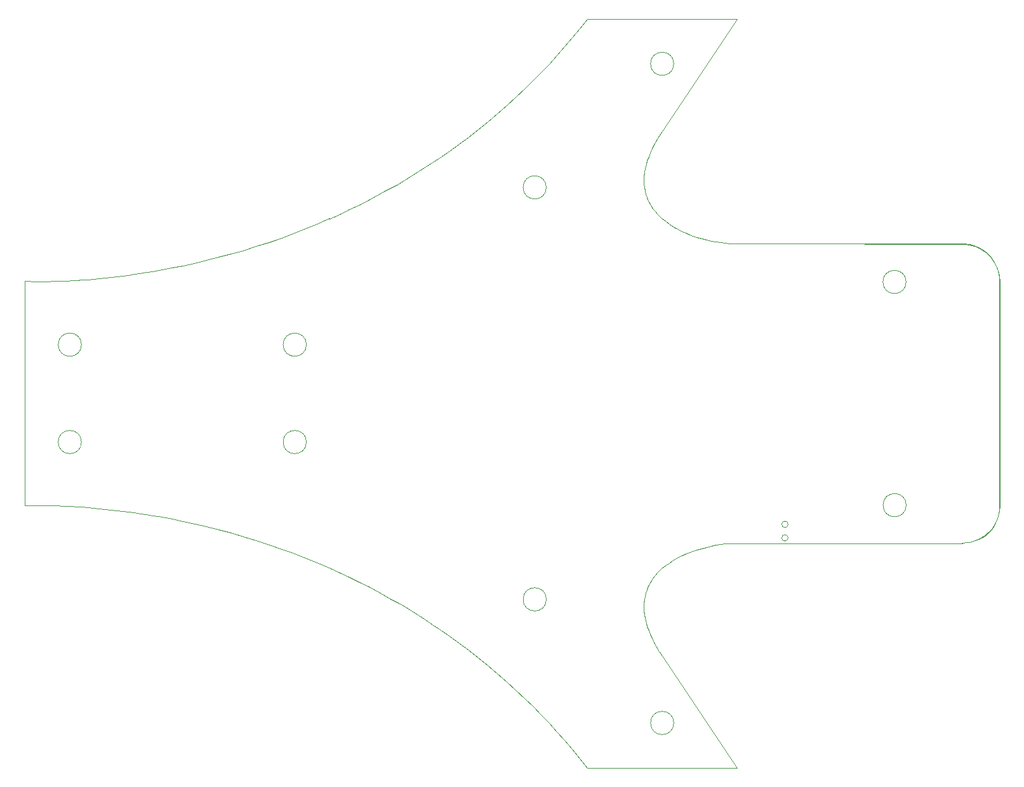
<source format=gm1>
%FSLAX25Y25*%
%MOIN*%
G70*
G01*
G75*
G04 Layer_Color=16711935*
%ADD10C,0.00787*%
%ADD11R,0.03150X0.03937*%
%ADD12R,0.11811X0.03937*%
%ADD13R,0.13780X0.09646*%
%ADD14R,0.09488X0.26378*%
G04:AMPARAMS|DCode=15|XSize=196.85mil|YSize=118.11mil|CornerRadius=0mil|HoleSize=0mil|Usage=FLASHONLY|Rotation=22.500|XOffset=0mil|YOffset=0mil|HoleType=Round|Shape=Rectangle|*
%AMROTATEDRECTD15*
4,1,4,-0.06833,-0.09222,-0.11353,0.01689,0.06833,0.09222,0.11353,-0.01689,-0.06833,-0.09222,0.0*
%
%ADD15ROTATEDRECTD15*%

G04:AMPARAMS|DCode=16|XSize=196.85mil|YSize=118.11mil|CornerRadius=0mil|HoleSize=0mil|Usage=FLASHONLY|Rotation=337.500|XOffset=0mil|YOffset=0mil|HoleType=Round|Shape=Rectangle|*
%AMROTATEDRECTD16*
4,1,4,-0.11353,-0.01689,-0.06833,0.09222,0.11353,0.01689,0.06833,-0.09222,-0.11353,-0.01689,0.0*
%
%ADD16ROTATEDRECTD16*%

G04:AMPARAMS|DCode=17|XSize=196.85mil|YSize=118.11mil|CornerRadius=0mil|HoleSize=0mil|Usage=FLASHONLY|Rotation=115.000|XOffset=0mil|YOffset=0mil|HoleType=Round|Shape=Rectangle|*
%AMROTATEDRECTD17*
4,1,4,0.09512,-0.06425,-0.01193,-0.11416,-0.09512,0.06425,0.01193,0.11416,0.09512,-0.06425,0.0*
%
%ADD17ROTATEDRECTD17*%

G04:AMPARAMS|DCode=18|XSize=196.85mil|YSize=118.11mil|CornerRadius=0mil|HoleSize=0mil|Usage=FLASHONLY|Rotation=65.000|XOffset=0mil|YOffset=0mil|HoleType=Round|Shape=Rectangle|*
%AMROTATEDRECTD18*
4,1,4,0.01193,-0.11416,-0.09512,-0.06425,-0.01193,0.11416,0.09512,0.06425,0.01193,-0.11416,0.0*
%
%ADD18ROTATEDRECTD18*%

%ADD19R,0.05118X0.05906*%
%ADD20R,0.03937X0.03150*%
%ADD21R,0.03898X0.01890*%
%ADD22R,0.04173X0.02559*%
%ADD23R,0.05512X0.04134*%
%ADD24R,0.06890X0.02559*%
%ADD25R,0.23622X0.15748*%
%ADD26R,0.02362X0.04331*%
%ADD27R,0.03150X0.03150*%
%ADD28R,0.03347X0.05118*%
%ADD29R,0.05906X0.05906*%
%ADD30O,0.07480X0.01181*%
%ADD31O,0.01181X0.07480*%
%ADD32R,0.01969X0.09843*%
%ADD33R,0.07874X0.09843*%
%ADD34R,0.05118X0.01575*%
%ADD35R,0.07874X0.07874*%
%ADD36R,0.03937X0.02165*%
%ADD37R,0.00984X0.02756*%
%ADD38R,0.02756X0.00984*%
%ADD39R,0.05000X0.05787*%
%ADD40R,0.13386X0.05315*%
%ADD41R,0.05906X0.01614*%
G04:AMPARAMS|DCode=42|XSize=118.11mil|YSize=59.06mil|CornerRadius=0mil|HoleSize=0mil|Usage=FLASHONLY|Rotation=225.000|XOffset=0mil|YOffset=0mil|HoleType=Round|Shape=Rectangle|*
%AMROTATEDRECTD42*
4,1,4,0.02088,0.06264,0.06264,0.02088,-0.02088,-0.06264,-0.06264,-0.02088,0.02088,0.06264,0.0*
%
%ADD42ROTATEDRECTD42*%

G04:AMPARAMS|DCode=43|XSize=118.11mil|YSize=59.06mil|CornerRadius=0mil|HoleSize=0mil|Usage=FLASHONLY|Rotation=135.000|XOffset=0mil|YOffset=0mil|HoleType=Round|Shape=Rectangle|*
%AMROTATEDRECTD43*
4,1,4,0.06264,-0.02088,0.02088,-0.06264,-0.06264,0.02088,-0.02088,0.06264,0.06264,-0.02088,0.0*
%
%ADD43ROTATEDRECTD43*%

G04:AMPARAMS|DCode=44|XSize=118.11mil|YSize=59.06mil|CornerRadius=0mil|HoleSize=0mil|Usage=FLASHONLY|Rotation=245.000|XOffset=0mil|YOffset=0mil|HoleType=Round|Shape=Rectangle|*
%AMROTATEDRECTD44*
4,1,4,-0.00180,0.06600,0.05172,0.04104,0.00180,-0.06600,-0.05172,-0.04104,-0.00180,0.06600,0.0*
%
%ADD44ROTATEDRECTD44*%

G04:AMPARAMS|DCode=45|XSize=118.11mil|YSize=59.06mil|CornerRadius=0mil|HoleSize=0mil|Usage=FLASHONLY|Rotation=295.000|XOffset=0mil|YOffset=0mil|HoleType=Round|Shape=Rectangle|*
%AMROTATEDRECTD45*
4,1,4,-0.05172,0.04104,0.00180,0.06600,0.05172,-0.04104,-0.00180,-0.06600,-0.05172,0.04104,0.0*
%
%ADD45ROTATEDRECTD45*%

%ADD46R,0.02559X0.04173*%
%ADD47C,0.01969*%
%ADD48C,0.03937*%
%ADD49C,0.07874*%
%ADD50C,0.05906*%
%ADD51R,0.06869X0.26570*%
%ADD52R,0.06892X0.11504*%
%ADD53R,0.37657X0.14030*%
%ADD54R,0.23424X0.11604*%
%ADD55R,0.15927X0.15830*%
%ADD56R,0.14344X0.15856*%
%ADD57C,0.00394*%
%ADD58C,0.00197*%
%ADD59C,0.05906*%
%ADD60R,0.05906X0.05906*%
%ADD61C,0.01969*%
%ADD62R,0.36038X0.16300*%
%ADD63C,0.01000*%
%ADD64C,0.01181*%
%ADD65C,0.00984*%
%ADD66C,0.02362*%
%ADD67C,0.00039*%
%ADD68R,0.03937X0.03937*%
%ADD69R,0.04309X0.09978*%
%ADD70R,0.04309X0.09978*%
%ADD71R,0.11596X0.03568*%
%ADD72R,0.03568X0.11596*%
%ADD73R,0.03618X0.11596*%
%ADD74R,0.11596X0.03583*%
%ADD75R,0.03950X0.04737*%
%ADD76R,0.12611X0.04737*%
%ADD77R,0.14579X0.10446*%
%ADD78R,0.10288X0.27178*%
G04:AMPARAMS|DCode=79|XSize=204.85mil|YSize=126.11mil|CornerRadius=0mil|HoleSize=0mil|Usage=FLASHONLY|Rotation=22.500|XOffset=0mil|YOffset=0mil|HoleType=Round|Shape=Rectangle|*
%AMROTATEDRECTD79*
4,1,4,-0.07050,-0.09745,-0.11876,0.01906,0.07050,0.09745,0.11876,-0.01906,-0.07050,-0.09745,0.0*
%
%ADD79ROTATEDRECTD79*%

G04:AMPARAMS|DCode=80|XSize=204.85mil|YSize=126.11mil|CornerRadius=0mil|HoleSize=0mil|Usage=FLASHONLY|Rotation=337.500|XOffset=0mil|YOffset=0mil|HoleType=Round|Shape=Rectangle|*
%AMROTATEDRECTD80*
4,1,4,-0.11876,-0.01906,-0.07050,0.09745,0.11876,0.01906,0.07050,-0.09745,-0.11876,-0.01906,0.0*
%
%ADD80ROTATEDRECTD80*%

G04:AMPARAMS|DCode=81|XSize=204.85mil|YSize=126.11mil|CornerRadius=0mil|HoleSize=0mil|Usage=FLASHONLY|Rotation=115.000|XOffset=0mil|YOffset=0mil|HoleType=Round|Shape=Rectangle|*
%AMROTATEDRECTD81*
4,1,4,0.10043,-0.06618,-0.01386,-0.11948,-0.10043,0.06618,0.01386,0.11948,0.10043,-0.06618,0.0*
%
%ADD81ROTATEDRECTD81*%

G04:AMPARAMS|DCode=82|XSize=204.85mil|YSize=126.11mil|CornerRadius=0mil|HoleSize=0mil|Usage=FLASHONLY|Rotation=65.000|XOffset=0mil|YOffset=0mil|HoleType=Round|Shape=Rectangle|*
%AMROTATEDRECTD82*
4,1,4,0.01386,-0.11948,-0.10043,-0.06618,-0.01386,0.11948,0.10043,0.06618,0.01386,-0.11948,0.0*
%
%ADD82ROTATEDRECTD82*%

%ADD83R,0.05918X0.06706*%
%ADD84R,0.04737X0.03950*%
%ADD85R,0.04973X0.03359*%
%ADD86R,0.06312X0.04934*%
%ADD87R,0.07690X0.03359*%
%ADD88R,0.24422X0.16548*%
%ADD89R,0.03162X0.05131*%
%ADD90R,0.03950X0.03950*%
%ADD91R,0.04147X0.05918*%
%ADD92R,0.06706X0.06706*%
%ADD93O,0.08280X0.01981*%
%ADD94O,0.01981X0.08280*%
%ADD95R,0.02769X0.10642*%
%ADD96R,0.08674X0.10642*%
%ADD97R,0.05918X0.02375*%
%ADD98R,0.08674X0.08674*%
%ADD99R,0.04737X0.02965*%
%ADD100R,0.01784X0.03556*%
%ADD101R,0.03556X0.01784*%
%ADD102R,0.05800X0.06587*%
%ADD103R,0.14186X0.06115*%
%ADD104R,0.06706X0.02414*%
G04:AMPARAMS|DCode=105|XSize=126.11mil|YSize=67.06mil|CornerRadius=0mil|HoleSize=0mil|Usage=FLASHONLY|Rotation=225.000|XOffset=0mil|YOffset=0mil|HoleType=Round|Shape=Rectangle|*
%AMROTATEDRECTD105*
4,1,4,0.02088,0.06829,0.06829,0.02088,-0.02088,-0.06829,-0.06829,-0.02088,0.02088,0.06829,0.0*
%
%ADD105ROTATEDRECTD105*%

G04:AMPARAMS|DCode=106|XSize=126.11mil|YSize=67.06mil|CornerRadius=0mil|HoleSize=0mil|Usage=FLASHONLY|Rotation=135.000|XOffset=0mil|YOffset=0mil|HoleType=Round|Shape=Rectangle|*
%AMROTATEDRECTD106*
4,1,4,0.06829,-0.02088,0.02088,-0.06829,-0.06829,0.02088,-0.02088,0.06829,0.06829,-0.02088,0.0*
%
%ADD106ROTATEDRECTD106*%

G04:AMPARAMS|DCode=107|XSize=126.11mil|YSize=67.06mil|CornerRadius=0mil|HoleSize=0mil|Usage=FLASHONLY|Rotation=245.000|XOffset=0mil|YOffset=0mil|HoleType=Round|Shape=Rectangle|*
%AMROTATEDRECTD107*
4,1,4,-0.00374,0.07132,0.05704,0.04298,0.00374,-0.07132,-0.05704,-0.04298,-0.00374,0.07132,0.0*
%
%ADD107ROTATEDRECTD107*%

G04:AMPARAMS|DCode=108|XSize=126.11mil|YSize=67.06mil|CornerRadius=0mil|HoleSize=0mil|Usage=FLASHONLY|Rotation=295.000|XOffset=0mil|YOffset=0mil|HoleType=Round|Shape=Rectangle|*
%AMROTATEDRECTD108*
4,1,4,-0.05704,0.04298,0.00374,0.07132,0.05704,-0.04298,-0.00374,-0.07132,-0.05704,0.04298,0.0*
%
%ADD108ROTATEDRECTD108*%

%ADD109R,0.03359X0.04973*%
%ADD110C,0.00800*%
%ADD111C,0.06706*%
%ADD112R,0.06706X0.06706*%
D57*
X1233068Y592835D02*
G03*
X1217579Y600111I-15664J-13221D01*
G01*
X1217591Y442672D02*
G03*
X1233080Y449948I-175J20497D01*
G01*
X880412Y611114D02*
G03*
X885495Y613312I-35534J89131D01*
G01*
X885527Y429516D02*
G03*
X880444Y431715I-40617J-86933D01*
G01*
X755095Y547005D02*
G03*
X755095Y547005I-6102J0D01*
G01*
Y495825D02*
G03*
X755095Y495825I-6102J0D01*
G01*
X873206D02*
G03*
X873206Y495825I-6102J0D01*
G01*
Y547005D02*
G03*
X873206Y547005I-6102J0D01*
G01*
X999188Y413147D02*
G03*
X999188Y413147I-6102J0D01*
G01*
X1066117Y348188D02*
G03*
X1066117Y348188I-6102J0D01*
G01*
X1188164Y462662D02*
G03*
X1188164Y462662I-6102J0D01*
G01*
X1188105Y579993D02*
G03*
X1188105Y579993I-6102J0D01*
G01*
X999187Y629683D02*
G03*
X999187Y629683I-6102J0D01*
G01*
X1066117Y694642D02*
G03*
X1066117Y694642I-6102J0D01*
G01*
X1166186Y600154D02*
X1217504D01*
X1099391D02*
X1166186D01*
X1016714Y329514D02*
X1020651Y324561D01*
X1012729Y334348D02*
X1016714Y329514D01*
X1008701Y339065D02*
X1012729Y334348D01*
X1004632Y343665D02*
X1008701Y339065D01*
X1000522Y348150D02*
X1004632Y343665D01*
X996375Y352521D02*
X1000522Y348150D01*
X992192Y356779D02*
X996375Y352521D01*
X987975Y360926D02*
X992192Y356779D01*
X983117Y365533D02*
X987975Y360926D01*
X978221Y369998D02*
X983117Y365533D01*
X973289Y374326D02*
X978221Y369998D01*
X968327Y378516D02*
X973289Y374326D01*
X963335Y382573D02*
X968327Y378516D01*
X958318Y386498D02*
X963335Y382573D01*
X953278Y390293D02*
X958318Y386498D01*
X948218Y393961D02*
X953278Y390293D01*
X943142Y397502D02*
X948218Y393961D01*
X939442Y399999D02*
X943142Y397502D01*
X935736Y402433D02*
X939442Y399999D01*
X932025Y404804D02*
X935736Y402433D01*
X928312Y407112D02*
X932025Y404804D01*
X924595Y409358D02*
X928312Y407112D01*
X920877Y411542D02*
X924595Y409358D01*
X917159Y413666D02*
X920877Y411542D01*
X914453Y415193D02*
X917159Y413666D01*
X773629Y459957D02*
X776585Y459591D01*
X770744Y460294D02*
X773629Y459957D01*
X767475Y460646D02*
X770744Y460294D01*
X764307Y460963D02*
X767475Y460646D01*
X761242Y461242D02*
X764307Y460963D01*
X758279Y461489D02*
X761242Y461242D01*
X755426Y461703D02*
X758279Y461489D01*
X752683Y461887D02*
X755426Y461703D01*
X750053Y462044D02*
X752683Y461887D01*
X747540Y462174D02*
X750053Y462044D01*
X745146Y462281D02*
X747540Y462174D01*
X742514Y462377D02*
X745146Y462281D01*
X740053Y462448D02*
X742514Y462377D01*
X737765Y462495D02*
X740053Y462448D01*
X735657Y462521D02*
X737765Y462495D01*
X733731Y462531D02*
X735657Y462521D01*
X731993Y462527D02*
X733731Y462531D01*
X730447Y462512D02*
X731993Y462527D01*
X729097Y462488D02*
X730447Y462512D01*
X727949Y462460D02*
X729097Y462488D01*
X727415Y462445D02*
X727949Y462460D01*
X726942Y462428D02*
X727415Y462445D01*
X726529Y462413D02*
X726942Y462428D01*
X726179Y462399D02*
X726529Y462413D01*
X725890Y462387D02*
X726179Y462399D01*
X725665Y462376D02*
X725890Y462387D01*
X725503Y462367D02*
X725665Y462376D01*
X725406Y462363D02*
X725503Y462367D01*
X725374Y462362D02*
X725406Y462363D01*
X725374Y462362D02*
Y580471D01*
X833536Y594757D02*
X840102Y596648D01*
X846768Y598697D01*
X853525Y600908D01*
X860365Y603286D01*
X865327Y605103D01*
X870324Y607011D01*
X875354Y609014D01*
X880412Y611114D01*
X885495Y613312D02*
X890602Y615612D01*
X895726Y618014D01*
X900866Y620523D01*
X906020Y623140D01*
X914414Y627750D01*
X917159Y629159D01*
X920877Y631283D01*
X924595Y633468D01*
X928312Y635712D01*
X932025Y638019D01*
X935736Y640390D01*
X939442Y642823D01*
X943142Y645322D01*
X948218Y648863D01*
X953278Y652531D01*
X958318Y656324D01*
X963335Y660249D01*
X968327Y664306D01*
X973289Y668497D01*
X978221Y672824D01*
X983117Y677290D01*
X987975Y681896D01*
X992192Y686044D01*
X996375Y690302D01*
X1000522Y694671D01*
X1004632Y699156D01*
X1008701Y703756D01*
X1012729Y708473D01*
X1016714Y713307D01*
X1020651Y718260D01*
X1099391D01*
X1060022Y659205D02*
X1099391Y718260D01*
X1058466Y656844D02*
X1060022Y659205D01*
X1057059Y654540D02*
X1058466Y656844D01*
X1055798Y652292D02*
X1057059Y654540D01*
X1054676Y650101D02*
X1055798Y652292D01*
X1053693Y647963D02*
X1054676Y650101D01*
X1052841Y645883D02*
X1053693Y647963D01*
X1052121Y643855D02*
X1052841Y645883D01*
X1051526Y641881D02*
X1052121Y643855D01*
X1050996Y639691D02*
X1051526Y641881D01*
X1050619Y637570D02*
X1050996Y639691D01*
X1050391Y635516D02*
X1050619Y637570D01*
X1050307Y633530D02*
X1050391Y635516D01*
X1050307Y633530D02*
X1050361Y631611D01*
X1050547Y629755D01*
X1050859Y627966D01*
X1051293Y626241D01*
X1051843Y624580D01*
X1052362Y623295D01*
X1052948Y622051D01*
X1053600Y620845D01*
X1054314Y619679D01*
X1055086Y618551D01*
X1055915Y617461D01*
X1057730Y615393D01*
X1059736Y613472D01*
X1061911Y611696D01*
X1063512Y610543D01*
X1067106Y608200D01*
X1066895Y608439D02*
X1068662Y607483D01*
X1070470Y606591D01*
X1072311Y605764D01*
X1074177Y604997D01*
X1076061Y604290D01*
X1077955Y603644D01*
X1080591Y602843D01*
X1083212Y602151D01*
X1085797Y601566D01*
X1088324Y601086D01*
X1090774Y600708D01*
X1093127Y600429D01*
X1095361Y600246D01*
X1097455Y600155D01*
X1099391Y600154D01*
X1232277Y593481D02*
X1233827Y591478D01*
X1235106Y589293D01*
X1236092Y586964D01*
X1236769Y584525D01*
X1237080Y582529D01*
X1237185Y580472D01*
Y462350D02*
Y580472D01*
X1228509Y446028D02*
X1230512Y447577D01*
X1226325Y444748D02*
X1228509Y446028D01*
X853493Y600910D02*
X860333Y603287D01*
X846736Y598698D02*
X853493Y600910D01*
X840070Y596650D02*
X846736Y598698D01*
X833504Y594758D02*
X840070Y596650D01*
X827048Y593015D02*
X833504Y594758D01*
X820708Y591417D02*
X827048Y593015D01*
X814494Y589955D02*
X820708Y591417D01*
X808415Y588625D02*
X814494Y589955D01*
X802480Y587422D02*
X808415Y588625D01*
X795641Y586150D02*
X802480Y587422D01*
X792308Y585573D02*
X795641Y586150D01*
X789033Y585035D02*
X792308Y585573D01*
X785818Y584533D02*
X789033Y585035D01*
X782665Y584068D02*
X785818Y584533D01*
X779575Y583636D02*
X782665Y584068D01*
X776553Y583237D02*
X779575Y583636D01*
X773597Y582871D02*
X776553Y583237D01*
X770712Y582536D02*
X773597Y582871D01*
X767443Y582182D02*
X770712Y582536D01*
X764275Y581867D02*
X767443Y582182D01*
X761210Y581586D02*
X764275Y581867D01*
X758247Y581339D02*
X761210Y581586D01*
X755394Y581126D02*
X758247Y581339D01*
X752651Y580942D02*
X755394Y581126D01*
X750021Y580785D02*
X752651Y580942D01*
X747508Y580654D02*
X750021Y580785D01*
X745114Y580547D02*
X747508Y580654D01*
X742482Y580451D02*
X745114Y580547D01*
X740021Y580380D02*
X742482Y580451D01*
X737733Y580333D02*
X740021Y580380D01*
X735625Y580307D02*
X737733Y580333D01*
X733699Y580297D02*
X735625Y580307D01*
X731961Y580301D02*
X733699Y580297D01*
X730415Y580318D02*
X731961Y580301D01*
X729065Y580342D02*
X730415Y580318D01*
X727917Y580369D02*
X729065Y580342D01*
X727384Y580386D02*
X727917Y580369D01*
X726910Y580403D02*
X727384Y580386D01*
X726497Y580418D02*
X726910Y580403D01*
X726147Y580433D02*
X726497Y580418D01*
X725858Y580446D02*
X726147Y580433D01*
X725634Y580457D02*
X725858Y580446D01*
X725471Y580465D02*
X725634Y580457D01*
X725374Y580471D02*
X725471Y580465D01*
X725342Y580472D02*
X725374Y580471D01*
X1237091Y460254D02*
X1237197Y462311D01*
X1236781Y458259D02*
X1237091Y460254D01*
X1236104Y455819D02*
X1236781Y458259D01*
X1235118Y453490D02*
X1236104Y455819D01*
X1233839Y451306D02*
X1235118Y453490D01*
X1232289Y449303D02*
X1233839Y451306D01*
X1217445Y599974D02*
X1219502Y599869D01*
X1221497Y599559D01*
X1223936Y598882D01*
X1226266Y597896D01*
X1228450Y596617D01*
X1230453Y595067D01*
X1232422Y593064D01*
X1234082Y590812D01*
X1235401Y588359D01*
X1236356Y585754D01*
X1236928Y583084D01*
X1237126Y580294D01*
X1237126Y462172D01*
X1237021Y460115D02*
X1237126Y462172D01*
X1236710Y458119D02*
X1237021Y460115D01*
X1236033Y455680D02*
X1236710Y458119D01*
X1235047Y453351D02*
X1236033Y455680D01*
X1233768Y451166D02*
X1235047Y453351D01*
X1232218Y449164D02*
X1233768Y451166D01*
X1230215Y447194D02*
X1232218Y449164D01*
X1227963Y445534D02*
X1230215Y447194D01*
X1166220Y599974D02*
X1217445D01*
X1095361Y442578D02*
X1097455Y442670D01*
X1093127Y442395D02*
X1095361Y442578D01*
X1090774Y442116D02*
X1093127Y442395D01*
X1088324Y441738D02*
X1090774Y442116D01*
X1085797Y441258D02*
X1088324Y441738D01*
X1083212Y440674D02*
X1085797Y441258D01*
X1080591Y439983D02*
X1083212Y440674D01*
X1077955Y439180D02*
X1080591Y439983D01*
X1097455Y442670D02*
X1168988D01*
X1020651Y324561D02*
X1099391Y324562D01*
X1076061Y438534D02*
X1077955Y439180D01*
X1074177Y437828D02*
X1076061Y438534D01*
X1072311Y437062D02*
X1074177Y437828D01*
X1070470Y436234D02*
X1072311Y437062D01*
X1068662Y435344D02*
X1070470Y436234D01*
X1066895Y434388D02*
X1068662Y435344D01*
X1065176Y433369D02*
X1066895Y434388D01*
X1063512Y432283D02*
X1065176Y433369D01*
X1061911Y431130D02*
X1063512Y432283D01*
X1059736Y429353D02*
X1061911Y431130D01*
X1057730Y427433D02*
X1059736Y429353D01*
X1055915Y425365D02*
X1057730Y427433D01*
X1055086Y424274D02*
X1055915Y425365D01*
X1054314Y423147D02*
X1055086Y424274D01*
X1053600Y421980D02*
X1054314Y423147D01*
X1052948Y420774D02*
X1053600Y421980D01*
X1052362Y419530D02*
X1052948Y420774D01*
X1051843Y418245D02*
X1052362Y419530D01*
X1051293Y416583D02*
X1051843Y418245D01*
X1050859Y414858D02*
X1051293Y416583D01*
X1050547Y413069D02*
X1050859Y414858D01*
X1050361Y411215D02*
X1050547Y413069D01*
X1050307Y409295D02*
X1050361Y411215D01*
X1050307Y409295D02*
X1050391Y407309D01*
X1050619Y405255D01*
X1050996Y403134D01*
X1051526Y400944D01*
X1052121Y398970D01*
X1052841Y396943D01*
X1053693Y394861D01*
X1054676Y392724D01*
X1055798Y390531D01*
X1057059Y388283D01*
X1058466Y385979D01*
X1060022Y383618D01*
X1099391Y324562D01*
X1146128Y442670D02*
X1217661D01*
X776585Y459591D02*
X779607Y459192D01*
X782697Y458760D01*
X785850Y458295D01*
X789065Y457794D01*
X792340Y457255D01*
X795673Y456678D01*
X802512Y455406D01*
X808447Y454203D01*
X814526Y452873D01*
X820740Y451412D01*
X827080Y449813D01*
X833536Y448070D01*
X840102Y446178D01*
X846768Y444130D01*
X853525Y441919D01*
X860365Y439541D01*
X906052Y419688D02*
X914446Y415078D01*
X900898Y422305D02*
X906052Y419688D01*
X895758Y424815D02*
X900898Y422305D01*
X890634Y427216D02*
X895758Y424815D01*
X885527Y429516D02*
X890634Y427216D01*
X875386Y433815D02*
X880444Y431715D01*
X870356Y435817D02*
X875386Y433815D01*
X865359Y437726D02*
X870356Y435817D01*
X860397Y439542D02*
X865359Y437726D01*
X853557Y441920D02*
X860397Y439542D01*
X846800Y444131D02*
X853557Y441920D01*
X840134Y446180D02*
X846800Y444131D01*
X833568Y448071D02*
X840134Y446180D01*
X1233068Y592835D02*
G03*
X1217579Y600111I-15664J-13221D01*
G01*
X1217591Y442672D02*
G03*
X1233080Y449948I-175J20497D01*
G01*
X880412Y611114D02*
G03*
X885495Y613312I-35534J89131D01*
G01*
X885527Y429516D02*
G03*
X880444Y431715I-40617J-86933D01*
G01*
X755095Y547005D02*
G03*
X755095Y547005I-6102J0D01*
G01*
Y495825D02*
G03*
X755095Y495825I-6102J0D01*
G01*
X873206D02*
G03*
X873206Y495825I-6102J0D01*
G01*
Y547005D02*
G03*
X873206Y547005I-6102J0D01*
G01*
X999188Y413147D02*
G03*
X999188Y413147I-6102J0D01*
G01*
X1066117Y348188D02*
G03*
X1066117Y348188I-6102J0D01*
G01*
X1188164Y462662D02*
G03*
X1188164Y462662I-6102J0D01*
G01*
X1188105Y579993D02*
G03*
X1188105Y579993I-6102J0D01*
G01*
X999187Y629683D02*
G03*
X999187Y629683I-6102J0D01*
G01*
X1066117Y694642D02*
G03*
X1066117Y694642I-6102J0D01*
G01*
X1166186Y600154D02*
X1217504D01*
X1099391D02*
X1166186D01*
X1016714Y329514D02*
X1020651Y324561D01*
X1012729Y334348D02*
X1016714Y329514D01*
X1008701Y339065D02*
X1012729Y334348D01*
X1004632Y343665D02*
X1008701Y339065D01*
X1000522Y348150D02*
X1004632Y343665D01*
X996375Y352521D02*
X1000522Y348150D01*
X992192Y356779D02*
X996375Y352521D01*
X987975Y360926D02*
X992192Y356779D01*
X983117Y365533D02*
X987975Y360926D01*
X978221Y369998D02*
X983117Y365533D01*
X973289Y374326D02*
X978221Y369998D01*
X968327Y378516D02*
X973289Y374326D01*
X963335Y382573D02*
X968327Y378516D01*
X958318Y386498D02*
X963335Y382573D01*
X953278Y390293D02*
X958318Y386498D01*
X948218Y393961D02*
X953278Y390293D01*
X943142Y397502D02*
X948218Y393961D01*
X939442Y399999D02*
X943142Y397502D01*
X935736Y402433D02*
X939442Y399999D01*
X932025Y404804D02*
X935736Y402433D01*
X928312Y407112D02*
X932025Y404804D01*
X924595Y409358D02*
X928312Y407112D01*
X920877Y411542D02*
X924595Y409358D01*
X917159Y413666D02*
X920877Y411542D01*
X914453Y415193D02*
X917159Y413666D01*
X773629Y459957D02*
X776585Y459591D01*
X770744Y460294D02*
X773629Y459957D01*
X767475Y460646D02*
X770744Y460294D01*
X764307Y460963D02*
X767475Y460646D01*
X761242Y461242D02*
X764307Y460963D01*
X758279Y461489D02*
X761242Y461242D01*
X755426Y461703D02*
X758279Y461489D01*
X752683Y461887D02*
X755426Y461703D01*
X750053Y462044D02*
X752683Y461887D01*
X747540Y462174D02*
X750053Y462044D01*
X745146Y462281D02*
X747540Y462174D01*
X742514Y462377D02*
X745146Y462281D01*
X740053Y462448D02*
X742514Y462377D01*
X737765Y462495D02*
X740053Y462448D01*
X735657Y462521D02*
X737765Y462495D01*
X733731Y462531D02*
X735657Y462521D01*
X731993Y462527D02*
X733731Y462531D01*
X730447Y462512D02*
X731993Y462527D01*
X729097Y462488D02*
X730447Y462512D01*
X727949Y462460D02*
X729097Y462488D01*
X727415Y462445D02*
X727949Y462460D01*
X726942Y462428D02*
X727415Y462445D01*
X726529Y462413D02*
X726942Y462428D01*
X726179Y462399D02*
X726529Y462413D01*
X725890Y462387D02*
X726179Y462399D01*
X725665Y462376D02*
X725890Y462387D01*
X725503Y462367D02*
X725665Y462376D01*
X725406Y462363D02*
X725503Y462367D01*
X725374Y462362D02*
X725406Y462363D01*
X725374Y462362D02*
Y580471D01*
X833536Y594757D02*
X840102Y596648D01*
X846768Y598697D01*
X853525Y600908D01*
X860365Y603286D01*
X865327Y605103D01*
X870324Y607011D01*
X875354Y609014D01*
X880412Y611114D01*
X885495Y613312D02*
X890602Y615612D01*
X895726Y618014D01*
X900866Y620523D01*
X906020Y623140D01*
X914414Y627750D01*
X917159Y629159D01*
X920877Y631283D01*
X924595Y633468D01*
X928312Y635712D01*
X932025Y638019D01*
X935736Y640390D01*
X939442Y642823D01*
X943142Y645322D01*
X948218Y648863D01*
X953278Y652531D01*
X958318Y656324D01*
X963335Y660249D01*
X968327Y664306D01*
X973289Y668497D01*
X978221Y672824D01*
X983117Y677290D01*
X987975Y681896D01*
X992192Y686044D01*
X996375Y690302D01*
X1000522Y694671D01*
X1004632Y699156D01*
X1008701Y703756D01*
X1012729Y708473D01*
X1016714Y713307D01*
X1020651Y718260D01*
X1099391D01*
X1060022Y659205D02*
X1099391Y718260D01*
X1058466Y656844D02*
X1060022Y659205D01*
X1057059Y654540D02*
X1058466Y656844D01*
X1055798Y652292D02*
X1057059Y654540D01*
X1054676Y650101D02*
X1055798Y652292D01*
X1053693Y647963D02*
X1054676Y650101D01*
X1052841Y645883D02*
X1053693Y647963D01*
X1052121Y643855D02*
X1052841Y645883D01*
X1051526Y641881D02*
X1052121Y643855D01*
X1050996Y639691D02*
X1051526Y641881D01*
X1050619Y637570D02*
X1050996Y639691D01*
X1050391Y635516D02*
X1050619Y637570D01*
X1050307Y633530D02*
X1050391Y635516D01*
X1050307Y633530D02*
X1050361Y631611D01*
X1050547Y629755D01*
X1050859Y627966D01*
X1051293Y626241D01*
X1051843Y624580D01*
X1052362Y623295D01*
X1052948Y622051D01*
X1053600Y620845D01*
X1054314Y619679D01*
X1055086Y618551D01*
X1055915Y617461D01*
X1057730Y615393D01*
X1059736Y613472D01*
X1061911Y611696D01*
X1063512Y610543D01*
X1067106Y608200D01*
X1066895Y608439D02*
X1068662Y607483D01*
X1070470Y606591D01*
X1072311Y605764D01*
X1074177Y604997D01*
X1076061Y604290D01*
X1077955Y603644D01*
X1080591Y602843D01*
X1083212Y602151D01*
X1085797Y601566D01*
X1088324Y601086D01*
X1090774Y600708D01*
X1093127Y600429D01*
X1095361Y600246D01*
X1097455Y600155D01*
X1099391Y600154D01*
X1232277Y593481D02*
X1233827Y591478D01*
X1235106Y589293D01*
X1236092Y586964D01*
X1236769Y584525D01*
X1237080Y582529D01*
X1237185Y580472D01*
Y462350D02*
Y580472D01*
X1228509Y446028D02*
X1230512Y447577D01*
X1226325Y444748D02*
X1228509Y446028D01*
X853493Y600910D02*
X860333Y603287D01*
X846736Y598698D02*
X853493Y600910D01*
X840070Y596650D02*
X846736Y598698D01*
X833504Y594758D02*
X840070Y596650D01*
X827048Y593015D02*
X833504Y594758D01*
X820708Y591417D02*
X827048Y593015D01*
X814494Y589955D02*
X820708Y591417D01*
X808415Y588625D02*
X814494Y589955D01*
X802480Y587422D02*
X808415Y588625D01*
X795641Y586150D02*
X802480Y587422D01*
X792308Y585573D02*
X795641Y586150D01*
X789033Y585035D02*
X792308Y585573D01*
X785818Y584533D02*
X789033Y585035D01*
X782665Y584068D02*
X785818Y584533D01*
X779575Y583636D02*
X782665Y584068D01*
X776553Y583237D02*
X779575Y583636D01*
X773597Y582871D02*
X776553Y583237D01*
X770712Y582536D02*
X773597Y582871D01*
X767443Y582182D02*
X770712Y582536D01*
X764275Y581867D02*
X767443Y582182D01*
X761210Y581586D02*
X764275Y581867D01*
X758247Y581339D02*
X761210Y581586D01*
X755394Y581126D02*
X758247Y581339D01*
X752651Y580942D02*
X755394Y581126D01*
X750021Y580785D02*
X752651Y580942D01*
X747508Y580654D02*
X750021Y580785D01*
X745114Y580547D02*
X747508Y580654D01*
X742482Y580451D02*
X745114Y580547D01*
X740021Y580380D02*
X742482Y580451D01*
X737733Y580333D02*
X740021Y580380D01*
X735625Y580307D02*
X737733Y580333D01*
X733699Y580297D02*
X735625Y580307D01*
X731961Y580301D02*
X733699Y580297D01*
X730415Y580318D02*
X731961Y580301D01*
X729065Y580342D02*
X730415Y580318D01*
X727917Y580369D02*
X729065Y580342D01*
X727384Y580386D02*
X727917Y580369D01*
X726910Y580403D02*
X727384Y580386D01*
X726497Y580418D02*
X726910Y580403D01*
X726147Y580433D02*
X726497Y580418D01*
X725858Y580446D02*
X726147Y580433D01*
X725634Y580457D02*
X725858Y580446D01*
X725471Y580465D02*
X725634Y580457D01*
X725374Y580471D02*
X725471Y580465D01*
X725342Y580472D02*
X725374Y580471D01*
X1237091Y460254D02*
X1237197Y462311D01*
X1236781Y458259D02*
X1237091Y460254D01*
X1236104Y455819D02*
X1236781Y458259D01*
X1235118Y453490D02*
X1236104Y455819D01*
X1233839Y451306D02*
X1235118Y453490D01*
X1232289Y449303D02*
X1233839Y451306D01*
X1217445Y599974D02*
X1219502Y599869D01*
X1221497Y599559D01*
X1223936Y598882D01*
X1226266Y597896D01*
X1228450Y596617D01*
X1230453Y595067D01*
X1232422Y593064D01*
X1234082Y590812D01*
X1235401Y588359D01*
X1236356Y585754D01*
X1236928Y583084D01*
X1237126Y580294D01*
X1237126Y462172D01*
X1237021Y460115D02*
X1237126Y462172D01*
X1236710Y458119D02*
X1237021Y460115D01*
X1236033Y455680D02*
X1236710Y458119D01*
X1235047Y453351D02*
X1236033Y455680D01*
X1233768Y451166D02*
X1235047Y453351D01*
X1232218Y449164D02*
X1233768Y451166D01*
X1230215Y447194D02*
X1232218Y449164D01*
X1227963Y445534D02*
X1230215Y447194D01*
X1166220Y599974D02*
X1217445D01*
X1095361Y442578D02*
X1097455Y442670D01*
X1093127Y442395D02*
X1095361Y442578D01*
X1090774Y442116D02*
X1093127Y442395D01*
X1088324Y441738D02*
X1090774Y442116D01*
X1085797Y441258D02*
X1088324Y441738D01*
X1083212Y440674D02*
X1085797Y441258D01*
X1080591Y439983D02*
X1083212Y440674D01*
X1077955Y439180D02*
X1080591Y439983D01*
X1097455Y442670D02*
X1168988D01*
X1020651Y324561D02*
X1099391Y324562D01*
X1076061Y438534D02*
X1077955Y439180D01*
X1074177Y437828D02*
X1076061Y438534D01*
X1072311Y437062D02*
X1074177Y437828D01*
X1070470Y436234D02*
X1072311Y437062D01*
X1068662Y435344D02*
X1070470Y436234D01*
X1066895Y434388D02*
X1068662Y435344D01*
X1065176Y433369D02*
X1066895Y434388D01*
X1063512Y432283D02*
X1065176Y433369D01*
X1061911Y431130D02*
X1063512Y432283D01*
X1059736Y429353D02*
X1061911Y431130D01*
X1057730Y427433D02*
X1059736Y429353D01*
X1055915Y425365D02*
X1057730Y427433D01*
X1055086Y424274D02*
X1055915Y425365D01*
X1054314Y423147D02*
X1055086Y424274D01*
X1053600Y421980D02*
X1054314Y423147D01*
X1052948Y420774D02*
X1053600Y421980D01*
X1052362Y419530D02*
X1052948Y420774D01*
X1051843Y418245D02*
X1052362Y419530D01*
X1051293Y416583D02*
X1051843Y418245D01*
X1050859Y414858D02*
X1051293Y416583D01*
X1050547Y413069D02*
X1050859Y414858D01*
X1050361Y411215D02*
X1050547Y413069D01*
X1050307Y409295D02*
X1050361Y411215D01*
X1050307Y409295D02*
X1050391Y407309D01*
X1050619Y405255D01*
X1050996Y403134D01*
X1051526Y400944D01*
X1052121Y398970D01*
X1052841Y396943D01*
X1053693Y394861D01*
X1054676Y392724D01*
X1055798Y390531D01*
X1057059Y388283D01*
X1058466Y385979D01*
X1060022Y383618D01*
X1099391Y324562D01*
X1146128Y442670D02*
X1217661D01*
X776585Y459591D02*
X779607Y459192D01*
X782697Y458760D01*
X785850Y458295D01*
X789065Y457794D01*
X792340Y457255D01*
X795673Y456678D01*
X802512Y455406D01*
X808447Y454203D01*
X814526Y452873D01*
X820740Y451412D01*
X827080Y449813D01*
X833536Y448070D01*
X840102Y446178D01*
X846768Y444130D01*
X853525Y441919D01*
X860365Y439541D01*
X906052Y419688D02*
X914446Y415078D01*
X900898Y422305D02*
X906052Y419688D01*
X895758Y424815D02*
X900898Y422305D01*
X890634Y427216D02*
X895758Y424815D01*
X885527Y429516D02*
X890634Y427216D01*
X875386Y433815D02*
X880444Y431715D01*
X870356Y435817D02*
X875386Y433815D01*
X865359Y437726D02*
X870356Y435817D01*
X860397Y439542D02*
X865359Y437726D01*
X853557Y441920D02*
X860397Y439542D01*
X846800Y444131D02*
X853557Y441920D01*
X840134Y446180D02*
X846800Y444131D01*
X833568Y448071D02*
X840134Y446180D01*
D58*
X1126148Y445484D02*
G03*
X1126148Y445484I-1671J0D01*
G01*
Y452571D02*
G03*
X1126148Y452571I-1671J0D01*
G01*
Y445484D02*
G03*
X1126148Y445484I-1671J0D01*
G01*
Y452571D02*
G03*
X1126148Y452571I-1671J0D01*
G01*
M02*

</source>
